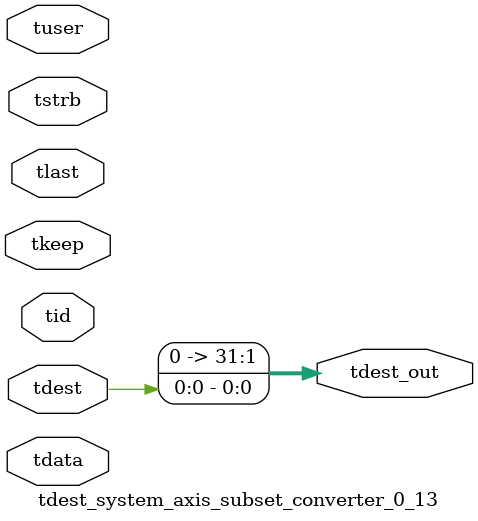
<source format=v>


`timescale 1ps/1ps

module tdest_system_axis_subset_converter_0_13 #
(
parameter C_S_AXIS_TDATA_WIDTH = 32,
parameter C_S_AXIS_TUSER_WIDTH = 0,
parameter C_S_AXIS_TID_WIDTH   = 0,
parameter C_S_AXIS_TDEST_WIDTH = 0,
parameter C_M_AXIS_TDEST_WIDTH = 32
)
(
input  [(C_S_AXIS_TDATA_WIDTH == 0 ? 1 : C_S_AXIS_TDATA_WIDTH)-1:0     ] tdata,
input  [(C_S_AXIS_TUSER_WIDTH == 0 ? 1 : C_S_AXIS_TUSER_WIDTH)-1:0     ] tuser,
input  [(C_S_AXIS_TID_WIDTH   == 0 ? 1 : C_S_AXIS_TID_WIDTH)-1:0       ] tid,
input  [(C_S_AXIS_TDEST_WIDTH == 0 ? 1 : C_S_AXIS_TDEST_WIDTH)-1:0     ] tdest,
input  [(C_S_AXIS_TDATA_WIDTH/8)-1:0 ] tkeep,
input  [(C_S_AXIS_TDATA_WIDTH/8)-1:0 ] tstrb,
input                                                                    tlast,
output [C_M_AXIS_TDEST_WIDTH-1:0] tdest_out
);

assign tdest_out = {tdest[0:0]};

endmodule


</source>
